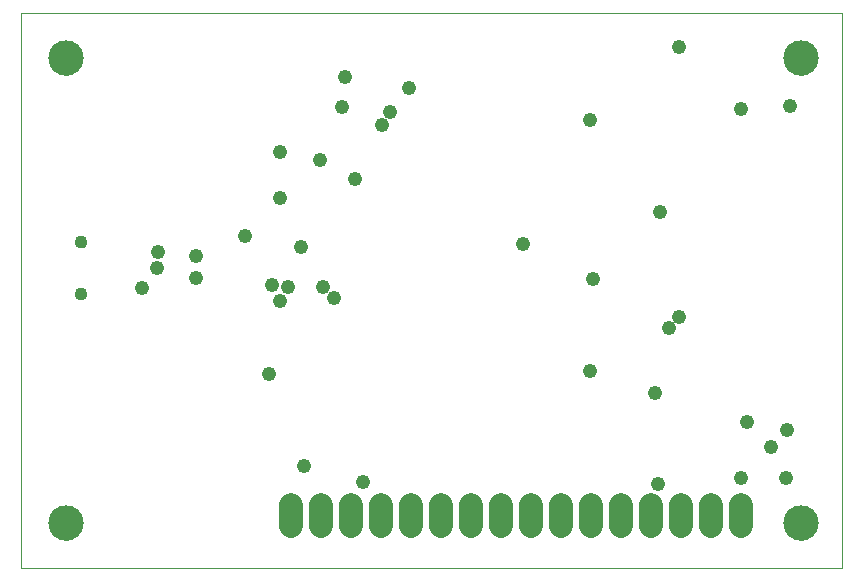
<source format=gbs>
G75*
%MOIN*%
%OFA0B0*%
%FSLAX25Y25*%
%IPPOS*%
%LPD*%
%AMOC8*
5,1,8,0,0,1.08239X$1,22.5*
%
%ADD10C,0.00000*%
%ADD11C,0.11824*%
%ADD12C,0.04343*%
%ADD13C,0.07887*%
%ADD14C,0.04800*%
%ADD15C,0.04762*%
D10*
X0021404Y0011404D02*
X0021404Y0196364D01*
X0295104Y0196364D01*
X0295104Y0011404D01*
X0021404Y0011404D01*
X0030892Y0026404D02*
X0030894Y0026552D01*
X0030900Y0026700D01*
X0030910Y0026848D01*
X0030924Y0026995D01*
X0030942Y0027142D01*
X0030963Y0027288D01*
X0030989Y0027434D01*
X0031019Y0027579D01*
X0031052Y0027723D01*
X0031090Y0027866D01*
X0031131Y0028008D01*
X0031176Y0028149D01*
X0031224Y0028289D01*
X0031277Y0028428D01*
X0031333Y0028565D01*
X0031393Y0028700D01*
X0031456Y0028834D01*
X0031523Y0028966D01*
X0031594Y0029096D01*
X0031668Y0029224D01*
X0031745Y0029350D01*
X0031826Y0029474D01*
X0031910Y0029596D01*
X0031997Y0029715D01*
X0032088Y0029832D01*
X0032182Y0029947D01*
X0032278Y0030059D01*
X0032378Y0030169D01*
X0032480Y0030275D01*
X0032586Y0030379D01*
X0032694Y0030480D01*
X0032805Y0030578D01*
X0032918Y0030674D01*
X0033034Y0030766D01*
X0033152Y0030855D01*
X0033273Y0030940D01*
X0033396Y0031023D01*
X0033521Y0031102D01*
X0033648Y0031178D01*
X0033777Y0031250D01*
X0033908Y0031319D01*
X0034041Y0031384D01*
X0034176Y0031445D01*
X0034312Y0031503D01*
X0034449Y0031558D01*
X0034588Y0031608D01*
X0034729Y0031655D01*
X0034870Y0031698D01*
X0035013Y0031738D01*
X0035157Y0031773D01*
X0035301Y0031805D01*
X0035447Y0031832D01*
X0035593Y0031856D01*
X0035740Y0031876D01*
X0035887Y0031892D01*
X0036034Y0031904D01*
X0036182Y0031912D01*
X0036330Y0031916D01*
X0036478Y0031916D01*
X0036626Y0031912D01*
X0036774Y0031904D01*
X0036921Y0031892D01*
X0037068Y0031876D01*
X0037215Y0031856D01*
X0037361Y0031832D01*
X0037507Y0031805D01*
X0037651Y0031773D01*
X0037795Y0031738D01*
X0037938Y0031698D01*
X0038079Y0031655D01*
X0038220Y0031608D01*
X0038359Y0031558D01*
X0038496Y0031503D01*
X0038632Y0031445D01*
X0038767Y0031384D01*
X0038900Y0031319D01*
X0039031Y0031250D01*
X0039160Y0031178D01*
X0039287Y0031102D01*
X0039412Y0031023D01*
X0039535Y0030940D01*
X0039656Y0030855D01*
X0039774Y0030766D01*
X0039890Y0030674D01*
X0040003Y0030578D01*
X0040114Y0030480D01*
X0040222Y0030379D01*
X0040328Y0030275D01*
X0040430Y0030169D01*
X0040530Y0030059D01*
X0040626Y0029947D01*
X0040720Y0029832D01*
X0040811Y0029715D01*
X0040898Y0029596D01*
X0040982Y0029474D01*
X0041063Y0029350D01*
X0041140Y0029224D01*
X0041214Y0029096D01*
X0041285Y0028966D01*
X0041352Y0028834D01*
X0041415Y0028700D01*
X0041475Y0028565D01*
X0041531Y0028428D01*
X0041584Y0028289D01*
X0041632Y0028149D01*
X0041677Y0028008D01*
X0041718Y0027866D01*
X0041756Y0027723D01*
X0041789Y0027579D01*
X0041819Y0027434D01*
X0041845Y0027288D01*
X0041866Y0027142D01*
X0041884Y0026995D01*
X0041898Y0026848D01*
X0041908Y0026700D01*
X0041914Y0026552D01*
X0041916Y0026404D01*
X0041914Y0026256D01*
X0041908Y0026108D01*
X0041898Y0025960D01*
X0041884Y0025813D01*
X0041866Y0025666D01*
X0041845Y0025520D01*
X0041819Y0025374D01*
X0041789Y0025229D01*
X0041756Y0025085D01*
X0041718Y0024942D01*
X0041677Y0024800D01*
X0041632Y0024659D01*
X0041584Y0024519D01*
X0041531Y0024380D01*
X0041475Y0024243D01*
X0041415Y0024108D01*
X0041352Y0023974D01*
X0041285Y0023842D01*
X0041214Y0023712D01*
X0041140Y0023584D01*
X0041063Y0023458D01*
X0040982Y0023334D01*
X0040898Y0023212D01*
X0040811Y0023093D01*
X0040720Y0022976D01*
X0040626Y0022861D01*
X0040530Y0022749D01*
X0040430Y0022639D01*
X0040328Y0022533D01*
X0040222Y0022429D01*
X0040114Y0022328D01*
X0040003Y0022230D01*
X0039890Y0022134D01*
X0039774Y0022042D01*
X0039656Y0021953D01*
X0039535Y0021868D01*
X0039412Y0021785D01*
X0039287Y0021706D01*
X0039160Y0021630D01*
X0039031Y0021558D01*
X0038900Y0021489D01*
X0038767Y0021424D01*
X0038632Y0021363D01*
X0038496Y0021305D01*
X0038359Y0021250D01*
X0038220Y0021200D01*
X0038079Y0021153D01*
X0037938Y0021110D01*
X0037795Y0021070D01*
X0037651Y0021035D01*
X0037507Y0021003D01*
X0037361Y0020976D01*
X0037215Y0020952D01*
X0037068Y0020932D01*
X0036921Y0020916D01*
X0036774Y0020904D01*
X0036626Y0020896D01*
X0036478Y0020892D01*
X0036330Y0020892D01*
X0036182Y0020896D01*
X0036034Y0020904D01*
X0035887Y0020916D01*
X0035740Y0020932D01*
X0035593Y0020952D01*
X0035447Y0020976D01*
X0035301Y0021003D01*
X0035157Y0021035D01*
X0035013Y0021070D01*
X0034870Y0021110D01*
X0034729Y0021153D01*
X0034588Y0021200D01*
X0034449Y0021250D01*
X0034312Y0021305D01*
X0034176Y0021363D01*
X0034041Y0021424D01*
X0033908Y0021489D01*
X0033777Y0021558D01*
X0033648Y0021630D01*
X0033521Y0021706D01*
X0033396Y0021785D01*
X0033273Y0021868D01*
X0033152Y0021953D01*
X0033034Y0022042D01*
X0032918Y0022134D01*
X0032805Y0022230D01*
X0032694Y0022328D01*
X0032586Y0022429D01*
X0032480Y0022533D01*
X0032378Y0022639D01*
X0032278Y0022749D01*
X0032182Y0022861D01*
X0032088Y0022976D01*
X0031997Y0023093D01*
X0031910Y0023212D01*
X0031826Y0023334D01*
X0031745Y0023458D01*
X0031668Y0023584D01*
X0031594Y0023712D01*
X0031523Y0023842D01*
X0031456Y0023974D01*
X0031393Y0024108D01*
X0031333Y0024243D01*
X0031277Y0024380D01*
X0031224Y0024519D01*
X0031176Y0024659D01*
X0031131Y0024800D01*
X0031090Y0024942D01*
X0031052Y0025085D01*
X0031019Y0025229D01*
X0030989Y0025374D01*
X0030963Y0025520D01*
X0030942Y0025666D01*
X0030924Y0025813D01*
X0030910Y0025960D01*
X0030900Y0026108D01*
X0030894Y0026256D01*
X0030892Y0026404D01*
X0039632Y0102742D02*
X0039634Y0102826D01*
X0039640Y0102909D01*
X0039650Y0102992D01*
X0039664Y0103075D01*
X0039681Y0103157D01*
X0039703Y0103238D01*
X0039728Y0103317D01*
X0039757Y0103396D01*
X0039790Y0103473D01*
X0039826Y0103548D01*
X0039866Y0103622D01*
X0039909Y0103694D01*
X0039956Y0103763D01*
X0040006Y0103830D01*
X0040059Y0103895D01*
X0040115Y0103957D01*
X0040173Y0104017D01*
X0040235Y0104074D01*
X0040299Y0104127D01*
X0040366Y0104178D01*
X0040435Y0104225D01*
X0040506Y0104270D01*
X0040579Y0104310D01*
X0040654Y0104347D01*
X0040731Y0104381D01*
X0040809Y0104411D01*
X0040888Y0104437D01*
X0040969Y0104460D01*
X0041051Y0104478D01*
X0041133Y0104493D01*
X0041216Y0104504D01*
X0041299Y0104511D01*
X0041383Y0104514D01*
X0041467Y0104513D01*
X0041550Y0104508D01*
X0041634Y0104499D01*
X0041716Y0104486D01*
X0041798Y0104470D01*
X0041879Y0104449D01*
X0041960Y0104425D01*
X0042038Y0104397D01*
X0042116Y0104365D01*
X0042192Y0104329D01*
X0042266Y0104290D01*
X0042338Y0104248D01*
X0042408Y0104202D01*
X0042476Y0104153D01*
X0042541Y0104101D01*
X0042604Y0104046D01*
X0042664Y0103988D01*
X0042722Y0103927D01*
X0042776Y0103863D01*
X0042828Y0103797D01*
X0042876Y0103729D01*
X0042921Y0103658D01*
X0042962Y0103585D01*
X0043001Y0103511D01*
X0043035Y0103435D01*
X0043066Y0103357D01*
X0043093Y0103278D01*
X0043117Y0103197D01*
X0043136Y0103116D01*
X0043152Y0103034D01*
X0043164Y0102951D01*
X0043172Y0102867D01*
X0043176Y0102784D01*
X0043176Y0102700D01*
X0043172Y0102617D01*
X0043164Y0102533D01*
X0043152Y0102450D01*
X0043136Y0102368D01*
X0043117Y0102287D01*
X0043093Y0102206D01*
X0043066Y0102127D01*
X0043035Y0102049D01*
X0043001Y0101973D01*
X0042962Y0101899D01*
X0042921Y0101826D01*
X0042876Y0101755D01*
X0042828Y0101687D01*
X0042776Y0101621D01*
X0042722Y0101557D01*
X0042664Y0101496D01*
X0042604Y0101438D01*
X0042541Y0101383D01*
X0042476Y0101331D01*
X0042408Y0101282D01*
X0042338Y0101236D01*
X0042266Y0101194D01*
X0042192Y0101155D01*
X0042116Y0101119D01*
X0042038Y0101087D01*
X0041960Y0101059D01*
X0041879Y0101035D01*
X0041798Y0101014D01*
X0041716Y0100998D01*
X0041634Y0100985D01*
X0041550Y0100976D01*
X0041467Y0100971D01*
X0041383Y0100970D01*
X0041299Y0100973D01*
X0041216Y0100980D01*
X0041133Y0100991D01*
X0041051Y0101006D01*
X0040969Y0101024D01*
X0040888Y0101047D01*
X0040809Y0101073D01*
X0040731Y0101103D01*
X0040654Y0101137D01*
X0040579Y0101174D01*
X0040506Y0101214D01*
X0040435Y0101259D01*
X0040366Y0101306D01*
X0040299Y0101357D01*
X0040235Y0101410D01*
X0040173Y0101467D01*
X0040115Y0101527D01*
X0040059Y0101589D01*
X0040006Y0101654D01*
X0039956Y0101721D01*
X0039909Y0101790D01*
X0039866Y0101862D01*
X0039826Y0101936D01*
X0039790Y0102011D01*
X0039757Y0102088D01*
X0039728Y0102167D01*
X0039703Y0102246D01*
X0039681Y0102327D01*
X0039664Y0102409D01*
X0039650Y0102492D01*
X0039640Y0102575D01*
X0039634Y0102658D01*
X0039632Y0102742D01*
X0039632Y0120065D02*
X0039634Y0120149D01*
X0039640Y0120232D01*
X0039650Y0120315D01*
X0039664Y0120398D01*
X0039681Y0120480D01*
X0039703Y0120561D01*
X0039728Y0120640D01*
X0039757Y0120719D01*
X0039790Y0120796D01*
X0039826Y0120871D01*
X0039866Y0120945D01*
X0039909Y0121017D01*
X0039956Y0121086D01*
X0040006Y0121153D01*
X0040059Y0121218D01*
X0040115Y0121280D01*
X0040173Y0121340D01*
X0040235Y0121397D01*
X0040299Y0121450D01*
X0040366Y0121501D01*
X0040435Y0121548D01*
X0040506Y0121593D01*
X0040579Y0121633D01*
X0040654Y0121670D01*
X0040731Y0121704D01*
X0040809Y0121734D01*
X0040888Y0121760D01*
X0040969Y0121783D01*
X0041051Y0121801D01*
X0041133Y0121816D01*
X0041216Y0121827D01*
X0041299Y0121834D01*
X0041383Y0121837D01*
X0041467Y0121836D01*
X0041550Y0121831D01*
X0041634Y0121822D01*
X0041716Y0121809D01*
X0041798Y0121793D01*
X0041879Y0121772D01*
X0041960Y0121748D01*
X0042038Y0121720D01*
X0042116Y0121688D01*
X0042192Y0121652D01*
X0042266Y0121613D01*
X0042338Y0121571D01*
X0042408Y0121525D01*
X0042476Y0121476D01*
X0042541Y0121424D01*
X0042604Y0121369D01*
X0042664Y0121311D01*
X0042722Y0121250D01*
X0042776Y0121186D01*
X0042828Y0121120D01*
X0042876Y0121052D01*
X0042921Y0120981D01*
X0042962Y0120908D01*
X0043001Y0120834D01*
X0043035Y0120758D01*
X0043066Y0120680D01*
X0043093Y0120601D01*
X0043117Y0120520D01*
X0043136Y0120439D01*
X0043152Y0120357D01*
X0043164Y0120274D01*
X0043172Y0120190D01*
X0043176Y0120107D01*
X0043176Y0120023D01*
X0043172Y0119940D01*
X0043164Y0119856D01*
X0043152Y0119773D01*
X0043136Y0119691D01*
X0043117Y0119610D01*
X0043093Y0119529D01*
X0043066Y0119450D01*
X0043035Y0119372D01*
X0043001Y0119296D01*
X0042962Y0119222D01*
X0042921Y0119149D01*
X0042876Y0119078D01*
X0042828Y0119010D01*
X0042776Y0118944D01*
X0042722Y0118880D01*
X0042664Y0118819D01*
X0042604Y0118761D01*
X0042541Y0118706D01*
X0042476Y0118654D01*
X0042408Y0118605D01*
X0042338Y0118559D01*
X0042266Y0118517D01*
X0042192Y0118478D01*
X0042116Y0118442D01*
X0042038Y0118410D01*
X0041960Y0118382D01*
X0041879Y0118358D01*
X0041798Y0118337D01*
X0041716Y0118321D01*
X0041634Y0118308D01*
X0041550Y0118299D01*
X0041467Y0118294D01*
X0041383Y0118293D01*
X0041299Y0118296D01*
X0041216Y0118303D01*
X0041133Y0118314D01*
X0041051Y0118329D01*
X0040969Y0118347D01*
X0040888Y0118370D01*
X0040809Y0118396D01*
X0040731Y0118426D01*
X0040654Y0118460D01*
X0040579Y0118497D01*
X0040506Y0118537D01*
X0040435Y0118582D01*
X0040366Y0118629D01*
X0040299Y0118680D01*
X0040235Y0118733D01*
X0040173Y0118790D01*
X0040115Y0118850D01*
X0040059Y0118912D01*
X0040006Y0118977D01*
X0039956Y0119044D01*
X0039909Y0119113D01*
X0039866Y0119185D01*
X0039826Y0119259D01*
X0039790Y0119334D01*
X0039757Y0119411D01*
X0039728Y0119490D01*
X0039703Y0119569D01*
X0039681Y0119650D01*
X0039664Y0119732D01*
X0039650Y0119815D01*
X0039640Y0119898D01*
X0039634Y0119981D01*
X0039632Y0120065D01*
X0030892Y0181404D02*
X0030894Y0181552D01*
X0030900Y0181700D01*
X0030910Y0181848D01*
X0030924Y0181995D01*
X0030942Y0182142D01*
X0030963Y0182288D01*
X0030989Y0182434D01*
X0031019Y0182579D01*
X0031052Y0182723D01*
X0031090Y0182866D01*
X0031131Y0183008D01*
X0031176Y0183149D01*
X0031224Y0183289D01*
X0031277Y0183428D01*
X0031333Y0183565D01*
X0031393Y0183700D01*
X0031456Y0183834D01*
X0031523Y0183966D01*
X0031594Y0184096D01*
X0031668Y0184224D01*
X0031745Y0184350D01*
X0031826Y0184474D01*
X0031910Y0184596D01*
X0031997Y0184715D01*
X0032088Y0184832D01*
X0032182Y0184947D01*
X0032278Y0185059D01*
X0032378Y0185169D01*
X0032480Y0185275D01*
X0032586Y0185379D01*
X0032694Y0185480D01*
X0032805Y0185578D01*
X0032918Y0185674D01*
X0033034Y0185766D01*
X0033152Y0185855D01*
X0033273Y0185940D01*
X0033396Y0186023D01*
X0033521Y0186102D01*
X0033648Y0186178D01*
X0033777Y0186250D01*
X0033908Y0186319D01*
X0034041Y0186384D01*
X0034176Y0186445D01*
X0034312Y0186503D01*
X0034449Y0186558D01*
X0034588Y0186608D01*
X0034729Y0186655D01*
X0034870Y0186698D01*
X0035013Y0186738D01*
X0035157Y0186773D01*
X0035301Y0186805D01*
X0035447Y0186832D01*
X0035593Y0186856D01*
X0035740Y0186876D01*
X0035887Y0186892D01*
X0036034Y0186904D01*
X0036182Y0186912D01*
X0036330Y0186916D01*
X0036478Y0186916D01*
X0036626Y0186912D01*
X0036774Y0186904D01*
X0036921Y0186892D01*
X0037068Y0186876D01*
X0037215Y0186856D01*
X0037361Y0186832D01*
X0037507Y0186805D01*
X0037651Y0186773D01*
X0037795Y0186738D01*
X0037938Y0186698D01*
X0038079Y0186655D01*
X0038220Y0186608D01*
X0038359Y0186558D01*
X0038496Y0186503D01*
X0038632Y0186445D01*
X0038767Y0186384D01*
X0038900Y0186319D01*
X0039031Y0186250D01*
X0039160Y0186178D01*
X0039287Y0186102D01*
X0039412Y0186023D01*
X0039535Y0185940D01*
X0039656Y0185855D01*
X0039774Y0185766D01*
X0039890Y0185674D01*
X0040003Y0185578D01*
X0040114Y0185480D01*
X0040222Y0185379D01*
X0040328Y0185275D01*
X0040430Y0185169D01*
X0040530Y0185059D01*
X0040626Y0184947D01*
X0040720Y0184832D01*
X0040811Y0184715D01*
X0040898Y0184596D01*
X0040982Y0184474D01*
X0041063Y0184350D01*
X0041140Y0184224D01*
X0041214Y0184096D01*
X0041285Y0183966D01*
X0041352Y0183834D01*
X0041415Y0183700D01*
X0041475Y0183565D01*
X0041531Y0183428D01*
X0041584Y0183289D01*
X0041632Y0183149D01*
X0041677Y0183008D01*
X0041718Y0182866D01*
X0041756Y0182723D01*
X0041789Y0182579D01*
X0041819Y0182434D01*
X0041845Y0182288D01*
X0041866Y0182142D01*
X0041884Y0181995D01*
X0041898Y0181848D01*
X0041908Y0181700D01*
X0041914Y0181552D01*
X0041916Y0181404D01*
X0041914Y0181256D01*
X0041908Y0181108D01*
X0041898Y0180960D01*
X0041884Y0180813D01*
X0041866Y0180666D01*
X0041845Y0180520D01*
X0041819Y0180374D01*
X0041789Y0180229D01*
X0041756Y0180085D01*
X0041718Y0179942D01*
X0041677Y0179800D01*
X0041632Y0179659D01*
X0041584Y0179519D01*
X0041531Y0179380D01*
X0041475Y0179243D01*
X0041415Y0179108D01*
X0041352Y0178974D01*
X0041285Y0178842D01*
X0041214Y0178712D01*
X0041140Y0178584D01*
X0041063Y0178458D01*
X0040982Y0178334D01*
X0040898Y0178212D01*
X0040811Y0178093D01*
X0040720Y0177976D01*
X0040626Y0177861D01*
X0040530Y0177749D01*
X0040430Y0177639D01*
X0040328Y0177533D01*
X0040222Y0177429D01*
X0040114Y0177328D01*
X0040003Y0177230D01*
X0039890Y0177134D01*
X0039774Y0177042D01*
X0039656Y0176953D01*
X0039535Y0176868D01*
X0039412Y0176785D01*
X0039287Y0176706D01*
X0039160Y0176630D01*
X0039031Y0176558D01*
X0038900Y0176489D01*
X0038767Y0176424D01*
X0038632Y0176363D01*
X0038496Y0176305D01*
X0038359Y0176250D01*
X0038220Y0176200D01*
X0038079Y0176153D01*
X0037938Y0176110D01*
X0037795Y0176070D01*
X0037651Y0176035D01*
X0037507Y0176003D01*
X0037361Y0175976D01*
X0037215Y0175952D01*
X0037068Y0175932D01*
X0036921Y0175916D01*
X0036774Y0175904D01*
X0036626Y0175896D01*
X0036478Y0175892D01*
X0036330Y0175892D01*
X0036182Y0175896D01*
X0036034Y0175904D01*
X0035887Y0175916D01*
X0035740Y0175932D01*
X0035593Y0175952D01*
X0035447Y0175976D01*
X0035301Y0176003D01*
X0035157Y0176035D01*
X0035013Y0176070D01*
X0034870Y0176110D01*
X0034729Y0176153D01*
X0034588Y0176200D01*
X0034449Y0176250D01*
X0034312Y0176305D01*
X0034176Y0176363D01*
X0034041Y0176424D01*
X0033908Y0176489D01*
X0033777Y0176558D01*
X0033648Y0176630D01*
X0033521Y0176706D01*
X0033396Y0176785D01*
X0033273Y0176868D01*
X0033152Y0176953D01*
X0033034Y0177042D01*
X0032918Y0177134D01*
X0032805Y0177230D01*
X0032694Y0177328D01*
X0032586Y0177429D01*
X0032480Y0177533D01*
X0032378Y0177639D01*
X0032278Y0177749D01*
X0032182Y0177861D01*
X0032088Y0177976D01*
X0031997Y0178093D01*
X0031910Y0178212D01*
X0031826Y0178334D01*
X0031745Y0178458D01*
X0031668Y0178584D01*
X0031594Y0178712D01*
X0031523Y0178842D01*
X0031456Y0178974D01*
X0031393Y0179108D01*
X0031333Y0179243D01*
X0031277Y0179380D01*
X0031224Y0179519D01*
X0031176Y0179659D01*
X0031131Y0179800D01*
X0031090Y0179942D01*
X0031052Y0180085D01*
X0031019Y0180229D01*
X0030989Y0180374D01*
X0030963Y0180520D01*
X0030942Y0180666D01*
X0030924Y0180813D01*
X0030910Y0180960D01*
X0030900Y0181108D01*
X0030894Y0181256D01*
X0030892Y0181404D01*
X0275892Y0181404D02*
X0275894Y0181552D01*
X0275900Y0181700D01*
X0275910Y0181848D01*
X0275924Y0181995D01*
X0275942Y0182142D01*
X0275963Y0182288D01*
X0275989Y0182434D01*
X0276019Y0182579D01*
X0276052Y0182723D01*
X0276090Y0182866D01*
X0276131Y0183008D01*
X0276176Y0183149D01*
X0276224Y0183289D01*
X0276277Y0183428D01*
X0276333Y0183565D01*
X0276393Y0183700D01*
X0276456Y0183834D01*
X0276523Y0183966D01*
X0276594Y0184096D01*
X0276668Y0184224D01*
X0276745Y0184350D01*
X0276826Y0184474D01*
X0276910Y0184596D01*
X0276997Y0184715D01*
X0277088Y0184832D01*
X0277182Y0184947D01*
X0277278Y0185059D01*
X0277378Y0185169D01*
X0277480Y0185275D01*
X0277586Y0185379D01*
X0277694Y0185480D01*
X0277805Y0185578D01*
X0277918Y0185674D01*
X0278034Y0185766D01*
X0278152Y0185855D01*
X0278273Y0185940D01*
X0278396Y0186023D01*
X0278521Y0186102D01*
X0278648Y0186178D01*
X0278777Y0186250D01*
X0278908Y0186319D01*
X0279041Y0186384D01*
X0279176Y0186445D01*
X0279312Y0186503D01*
X0279449Y0186558D01*
X0279588Y0186608D01*
X0279729Y0186655D01*
X0279870Y0186698D01*
X0280013Y0186738D01*
X0280157Y0186773D01*
X0280301Y0186805D01*
X0280447Y0186832D01*
X0280593Y0186856D01*
X0280740Y0186876D01*
X0280887Y0186892D01*
X0281034Y0186904D01*
X0281182Y0186912D01*
X0281330Y0186916D01*
X0281478Y0186916D01*
X0281626Y0186912D01*
X0281774Y0186904D01*
X0281921Y0186892D01*
X0282068Y0186876D01*
X0282215Y0186856D01*
X0282361Y0186832D01*
X0282507Y0186805D01*
X0282651Y0186773D01*
X0282795Y0186738D01*
X0282938Y0186698D01*
X0283079Y0186655D01*
X0283220Y0186608D01*
X0283359Y0186558D01*
X0283496Y0186503D01*
X0283632Y0186445D01*
X0283767Y0186384D01*
X0283900Y0186319D01*
X0284031Y0186250D01*
X0284160Y0186178D01*
X0284287Y0186102D01*
X0284412Y0186023D01*
X0284535Y0185940D01*
X0284656Y0185855D01*
X0284774Y0185766D01*
X0284890Y0185674D01*
X0285003Y0185578D01*
X0285114Y0185480D01*
X0285222Y0185379D01*
X0285328Y0185275D01*
X0285430Y0185169D01*
X0285530Y0185059D01*
X0285626Y0184947D01*
X0285720Y0184832D01*
X0285811Y0184715D01*
X0285898Y0184596D01*
X0285982Y0184474D01*
X0286063Y0184350D01*
X0286140Y0184224D01*
X0286214Y0184096D01*
X0286285Y0183966D01*
X0286352Y0183834D01*
X0286415Y0183700D01*
X0286475Y0183565D01*
X0286531Y0183428D01*
X0286584Y0183289D01*
X0286632Y0183149D01*
X0286677Y0183008D01*
X0286718Y0182866D01*
X0286756Y0182723D01*
X0286789Y0182579D01*
X0286819Y0182434D01*
X0286845Y0182288D01*
X0286866Y0182142D01*
X0286884Y0181995D01*
X0286898Y0181848D01*
X0286908Y0181700D01*
X0286914Y0181552D01*
X0286916Y0181404D01*
X0286914Y0181256D01*
X0286908Y0181108D01*
X0286898Y0180960D01*
X0286884Y0180813D01*
X0286866Y0180666D01*
X0286845Y0180520D01*
X0286819Y0180374D01*
X0286789Y0180229D01*
X0286756Y0180085D01*
X0286718Y0179942D01*
X0286677Y0179800D01*
X0286632Y0179659D01*
X0286584Y0179519D01*
X0286531Y0179380D01*
X0286475Y0179243D01*
X0286415Y0179108D01*
X0286352Y0178974D01*
X0286285Y0178842D01*
X0286214Y0178712D01*
X0286140Y0178584D01*
X0286063Y0178458D01*
X0285982Y0178334D01*
X0285898Y0178212D01*
X0285811Y0178093D01*
X0285720Y0177976D01*
X0285626Y0177861D01*
X0285530Y0177749D01*
X0285430Y0177639D01*
X0285328Y0177533D01*
X0285222Y0177429D01*
X0285114Y0177328D01*
X0285003Y0177230D01*
X0284890Y0177134D01*
X0284774Y0177042D01*
X0284656Y0176953D01*
X0284535Y0176868D01*
X0284412Y0176785D01*
X0284287Y0176706D01*
X0284160Y0176630D01*
X0284031Y0176558D01*
X0283900Y0176489D01*
X0283767Y0176424D01*
X0283632Y0176363D01*
X0283496Y0176305D01*
X0283359Y0176250D01*
X0283220Y0176200D01*
X0283079Y0176153D01*
X0282938Y0176110D01*
X0282795Y0176070D01*
X0282651Y0176035D01*
X0282507Y0176003D01*
X0282361Y0175976D01*
X0282215Y0175952D01*
X0282068Y0175932D01*
X0281921Y0175916D01*
X0281774Y0175904D01*
X0281626Y0175896D01*
X0281478Y0175892D01*
X0281330Y0175892D01*
X0281182Y0175896D01*
X0281034Y0175904D01*
X0280887Y0175916D01*
X0280740Y0175932D01*
X0280593Y0175952D01*
X0280447Y0175976D01*
X0280301Y0176003D01*
X0280157Y0176035D01*
X0280013Y0176070D01*
X0279870Y0176110D01*
X0279729Y0176153D01*
X0279588Y0176200D01*
X0279449Y0176250D01*
X0279312Y0176305D01*
X0279176Y0176363D01*
X0279041Y0176424D01*
X0278908Y0176489D01*
X0278777Y0176558D01*
X0278648Y0176630D01*
X0278521Y0176706D01*
X0278396Y0176785D01*
X0278273Y0176868D01*
X0278152Y0176953D01*
X0278034Y0177042D01*
X0277918Y0177134D01*
X0277805Y0177230D01*
X0277694Y0177328D01*
X0277586Y0177429D01*
X0277480Y0177533D01*
X0277378Y0177639D01*
X0277278Y0177749D01*
X0277182Y0177861D01*
X0277088Y0177976D01*
X0276997Y0178093D01*
X0276910Y0178212D01*
X0276826Y0178334D01*
X0276745Y0178458D01*
X0276668Y0178584D01*
X0276594Y0178712D01*
X0276523Y0178842D01*
X0276456Y0178974D01*
X0276393Y0179108D01*
X0276333Y0179243D01*
X0276277Y0179380D01*
X0276224Y0179519D01*
X0276176Y0179659D01*
X0276131Y0179800D01*
X0276090Y0179942D01*
X0276052Y0180085D01*
X0276019Y0180229D01*
X0275989Y0180374D01*
X0275963Y0180520D01*
X0275942Y0180666D01*
X0275924Y0180813D01*
X0275910Y0180960D01*
X0275900Y0181108D01*
X0275894Y0181256D01*
X0275892Y0181404D01*
X0275892Y0026404D02*
X0275894Y0026552D01*
X0275900Y0026700D01*
X0275910Y0026848D01*
X0275924Y0026995D01*
X0275942Y0027142D01*
X0275963Y0027288D01*
X0275989Y0027434D01*
X0276019Y0027579D01*
X0276052Y0027723D01*
X0276090Y0027866D01*
X0276131Y0028008D01*
X0276176Y0028149D01*
X0276224Y0028289D01*
X0276277Y0028428D01*
X0276333Y0028565D01*
X0276393Y0028700D01*
X0276456Y0028834D01*
X0276523Y0028966D01*
X0276594Y0029096D01*
X0276668Y0029224D01*
X0276745Y0029350D01*
X0276826Y0029474D01*
X0276910Y0029596D01*
X0276997Y0029715D01*
X0277088Y0029832D01*
X0277182Y0029947D01*
X0277278Y0030059D01*
X0277378Y0030169D01*
X0277480Y0030275D01*
X0277586Y0030379D01*
X0277694Y0030480D01*
X0277805Y0030578D01*
X0277918Y0030674D01*
X0278034Y0030766D01*
X0278152Y0030855D01*
X0278273Y0030940D01*
X0278396Y0031023D01*
X0278521Y0031102D01*
X0278648Y0031178D01*
X0278777Y0031250D01*
X0278908Y0031319D01*
X0279041Y0031384D01*
X0279176Y0031445D01*
X0279312Y0031503D01*
X0279449Y0031558D01*
X0279588Y0031608D01*
X0279729Y0031655D01*
X0279870Y0031698D01*
X0280013Y0031738D01*
X0280157Y0031773D01*
X0280301Y0031805D01*
X0280447Y0031832D01*
X0280593Y0031856D01*
X0280740Y0031876D01*
X0280887Y0031892D01*
X0281034Y0031904D01*
X0281182Y0031912D01*
X0281330Y0031916D01*
X0281478Y0031916D01*
X0281626Y0031912D01*
X0281774Y0031904D01*
X0281921Y0031892D01*
X0282068Y0031876D01*
X0282215Y0031856D01*
X0282361Y0031832D01*
X0282507Y0031805D01*
X0282651Y0031773D01*
X0282795Y0031738D01*
X0282938Y0031698D01*
X0283079Y0031655D01*
X0283220Y0031608D01*
X0283359Y0031558D01*
X0283496Y0031503D01*
X0283632Y0031445D01*
X0283767Y0031384D01*
X0283900Y0031319D01*
X0284031Y0031250D01*
X0284160Y0031178D01*
X0284287Y0031102D01*
X0284412Y0031023D01*
X0284535Y0030940D01*
X0284656Y0030855D01*
X0284774Y0030766D01*
X0284890Y0030674D01*
X0285003Y0030578D01*
X0285114Y0030480D01*
X0285222Y0030379D01*
X0285328Y0030275D01*
X0285430Y0030169D01*
X0285530Y0030059D01*
X0285626Y0029947D01*
X0285720Y0029832D01*
X0285811Y0029715D01*
X0285898Y0029596D01*
X0285982Y0029474D01*
X0286063Y0029350D01*
X0286140Y0029224D01*
X0286214Y0029096D01*
X0286285Y0028966D01*
X0286352Y0028834D01*
X0286415Y0028700D01*
X0286475Y0028565D01*
X0286531Y0028428D01*
X0286584Y0028289D01*
X0286632Y0028149D01*
X0286677Y0028008D01*
X0286718Y0027866D01*
X0286756Y0027723D01*
X0286789Y0027579D01*
X0286819Y0027434D01*
X0286845Y0027288D01*
X0286866Y0027142D01*
X0286884Y0026995D01*
X0286898Y0026848D01*
X0286908Y0026700D01*
X0286914Y0026552D01*
X0286916Y0026404D01*
X0286914Y0026256D01*
X0286908Y0026108D01*
X0286898Y0025960D01*
X0286884Y0025813D01*
X0286866Y0025666D01*
X0286845Y0025520D01*
X0286819Y0025374D01*
X0286789Y0025229D01*
X0286756Y0025085D01*
X0286718Y0024942D01*
X0286677Y0024800D01*
X0286632Y0024659D01*
X0286584Y0024519D01*
X0286531Y0024380D01*
X0286475Y0024243D01*
X0286415Y0024108D01*
X0286352Y0023974D01*
X0286285Y0023842D01*
X0286214Y0023712D01*
X0286140Y0023584D01*
X0286063Y0023458D01*
X0285982Y0023334D01*
X0285898Y0023212D01*
X0285811Y0023093D01*
X0285720Y0022976D01*
X0285626Y0022861D01*
X0285530Y0022749D01*
X0285430Y0022639D01*
X0285328Y0022533D01*
X0285222Y0022429D01*
X0285114Y0022328D01*
X0285003Y0022230D01*
X0284890Y0022134D01*
X0284774Y0022042D01*
X0284656Y0021953D01*
X0284535Y0021868D01*
X0284412Y0021785D01*
X0284287Y0021706D01*
X0284160Y0021630D01*
X0284031Y0021558D01*
X0283900Y0021489D01*
X0283767Y0021424D01*
X0283632Y0021363D01*
X0283496Y0021305D01*
X0283359Y0021250D01*
X0283220Y0021200D01*
X0283079Y0021153D01*
X0282938Y0021110D01*
X0282795Y0021070D01*
X0282651Y0021035D01*
X0282507Y0021003D01*
X0282361Y0020976D01*
X0282215Y0020952D01*
X0282068Y0020932D01*
X0281921Y0020916D01*
X0281774Y0020904D01*
X0281626Y0020896D01*
X0281478Y0020892D01*
X0281330Y0020892D01*
X0281182Y0020896D01*
X0281034Y0020904D01*
X0280887Y0020916D01*
X0280740Y0020932D01*
X0280593Y0020952D01*
X0280447Y0020976D01*
X0280301Y0021003D01*
X0280157Y0021035D01*
X0280013Y0021070D01*
X0279870Y0021110D01*
X0279729Y0021153D01*
X0279588Y0021200D01*
X0279449Y0021250D01*
X0279312Y0021305D01*
X0279176Y0021363D01*
X0279041Y0021424D01*
X0278908Y0021489D01*
X0278777Y0021558D01*
X0278648Y0021630D01*
X0278521Y0021706D01*
X0278396Y0021785D01*
X0278273Y0021868D01*
X0278152Y0021953D01*
X0278034Y0022042D01*
X0277918Y0022134D01*
X0277805Y0022230D01*
X0277694Y0022328D01*
X0277586Y0022429D01*
X0277480Y0022533D01*
X0277378Y0022639D01*
X0277278Y0022749D01*
X0277182Y0022861D01*
X0277088Y0022976D01*
X0276997Y0023093D01*
X0276910Y0023212D01*
X0276826Y0023334D01*
X0276745Y0023458D01*
X0276668Y0023584D01*
X0276594Y0023712D01*
X0276523Y0023842D01*
X0276456Y0023974D01*
X0276393Y0024108D01*
X0276333Y0024243D01*
X0276277Y0024380D01*
X0276224Y0024519D01*
X0276176Y0024659D01*
X0276131Y0024800D01*
X0276090Y0024942D01*
X0276052Y0025085D01*
X0276019Y0025229D01*
X0275989Y0025374D01*
X0275963Y0025520D01*
X0275942Y0025666D01*
X0275924Y0025813D01*
X0275910Y0025960D01*
X0275900Y0026108D01*
X0275894Y0026256D01*
X0275892Y0026404D01*
D11*
X0281404Y0026404D03*
X0281404Y0181404D03*
X0036404Y0181404D03*
X0036404Y0026404D03*
D12*
X0041404Y0102742D03*
X0041404Y0120065D03*
D13*
X0111404Y0032447D02*
X0111404Y0025360D01*
X0121404Y0025360D02*
X0121404Y0032447D01*
X0131404Y0032447D02*
X0131404Y0025360D01*
X0141404Y0025360D02*
X0141404Y0032447D01*
X0151404Y0032447D02*
X0151404Y0025360D01*
X0161404Y0025360D02*
X0161404Y0032447D01*
X0171404Y0032447D02*
X0171404Y0025360D01*
X0181404Y0025360D02*
X0181404Y0032447D01*
X0191404Y0032447D02*
X0191404Y0025360D01*
X0201404Y0025360D02*
X0201404Y0032447D01*
X0211404Y0032447D02*
X0211404Y0025360D01*
X0221404Y0025360D02*
X0221404Y0032447D01*
X0231404Y0032447D02*
X0231404Y0025360D01*
X0241404Y0025360D02*
X0241404Y0032447D01*
X0251404Y0032447D02*
X0251404Y0025360D01*
X0261404Y0025360D02*
X0261404Y0032447D01*
D14*
X0233804Y0039304D03*
X0263504Y0060004D03*
X0271604Y0051904D03*
X0277004Y0057304D03*
X0232904Y0069904D03*
X0211304Y0077104D03*
X0237404Y0091504D03*
X0241004Y0095104D03*
X0212204Y0107704D03*
X0188804Y0119404D03*
X0234704Y0130204D03*
X0211304Y0160804D03*
X0241004Y0185104D03*
X0261704Y0164404D03*
X0277904Y0165304D03*
X0151004Y0171604D03*
X0144704Y0163504D03*
X0142004Y0159004D03*
X0121304Y0147304D03*
X0133004Y0141004D03*
X0107804Y0134704D03*
X0096104Y0122104D03*
X0079994Y0115473D03*
X0079904Y0108182D03*
X0066973Y0111304D03*
X0067304Y0116704D03*
X0105104Y0105904D03*
X0110504Y0105004D03*
X0107804Y0100504D03*
X0122204Y0105004D03*
X0125804Y0101404D03*
X0115004Y0118504D03*
X0107804Y0150004D03*
X0104204Y0076204D03*
X0115904Y0045604D03*
X0135704Y0040204D03*
D15*
X0062004Y0104907D03*
X0128441Y0165193D03*
X0129671Y0175035D03*
X0261404Y0041404D03*
X0276404Y0041404D03*
M02*

</source>
